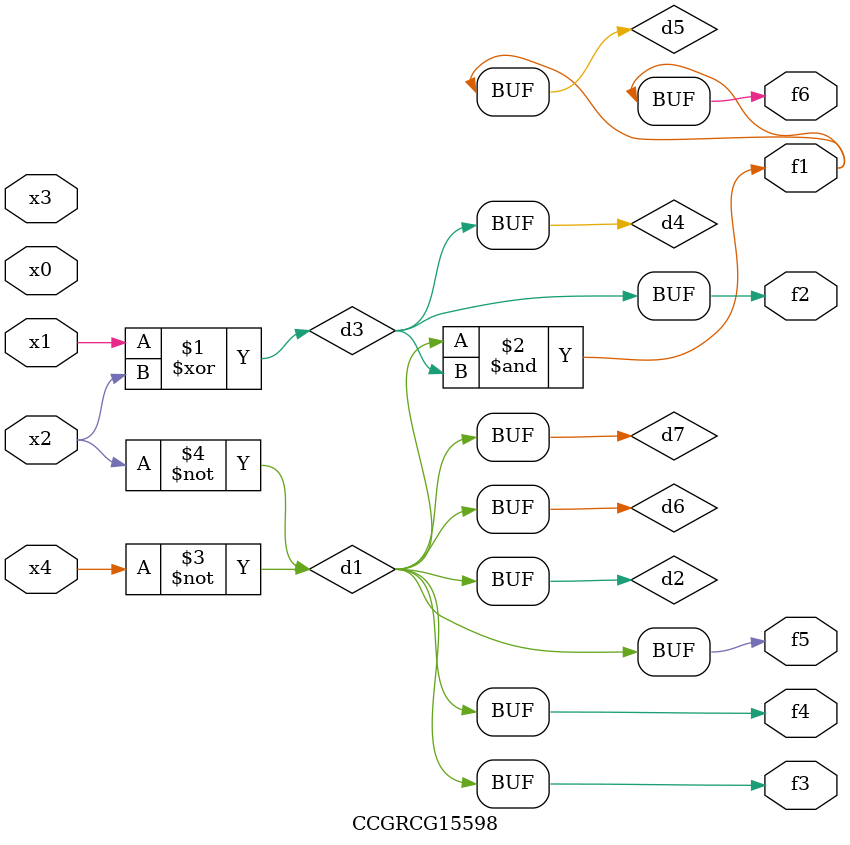
<source format=v>
module CCGRCG15598(
	input x0, x1, x2, x3, x4,
	output f1, f2, f3, f4, f5, f6
);

	wire d1, d2, d3, d4, d5, d6, d7;

	not (d1, x4);
	not (d2, x2);
	xor (d3, x1, x2);
	buf (d4, d3);
	and (d5, d1, d3);
	buf (d6, d1, d2);
	buf (d7, d2);
	assign f1 = d5;
	assign f2 = d4;
	assign f3 = d7;
	assign f4 = d7;
	assign f5 = d7;
	assign f6 = d5;
endmodule

</source>
